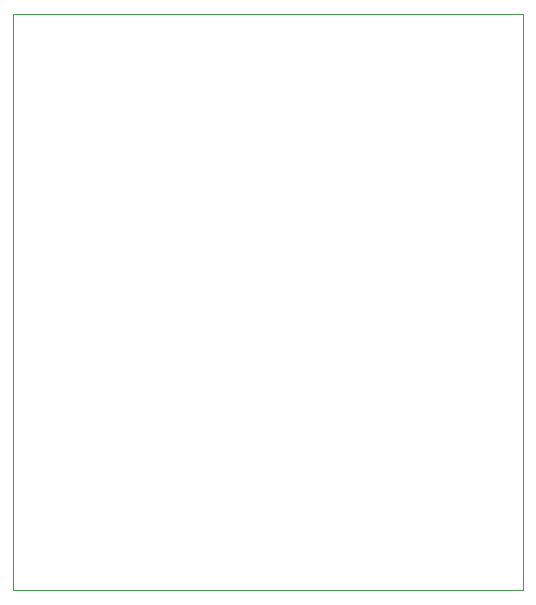
<source format=gm1>
G04 #@! TF.GenerationSoftware,KiCad,Pcbnew,5.1.5*
G04 #@! TF.CreationDate,2020-01-23T15:17:14+01:00*
G04 #@! TF.ProjectId,HM-LC-Dim1PWM-Linear,484d2d4c-432d-4446-996d-3150574d2d4c,rev?*
G04 #@! TF.SameCoordinates,Original*
G04 #@! TF.FileFunction,Profile,NP*
%FSLAX46Y46*%
G04 Gerber Fmt 4.6, Leading zero omitted, Abs format (unit mm)*
G04 Created by KiCad (PCBNEW 5.1.5) date 2020-01-23 15:17:14*
%MOMM*%
%LPD*%
G04 APERTURE LIST*
%ADD10C,0.050000*%
G04 APERTURE END LIST*
D10*
X132080000Y-140208000D02*
X132080000Y-91440000D01*
X175260000Y-140208000D02*
X132080000Y-140208000D01*
X175260000Y-91440000D02*
X175260000Y-140208000D01*
X132080000Y-91440000D02*
X175260000Y-91440000D01*
M02*

</source>
